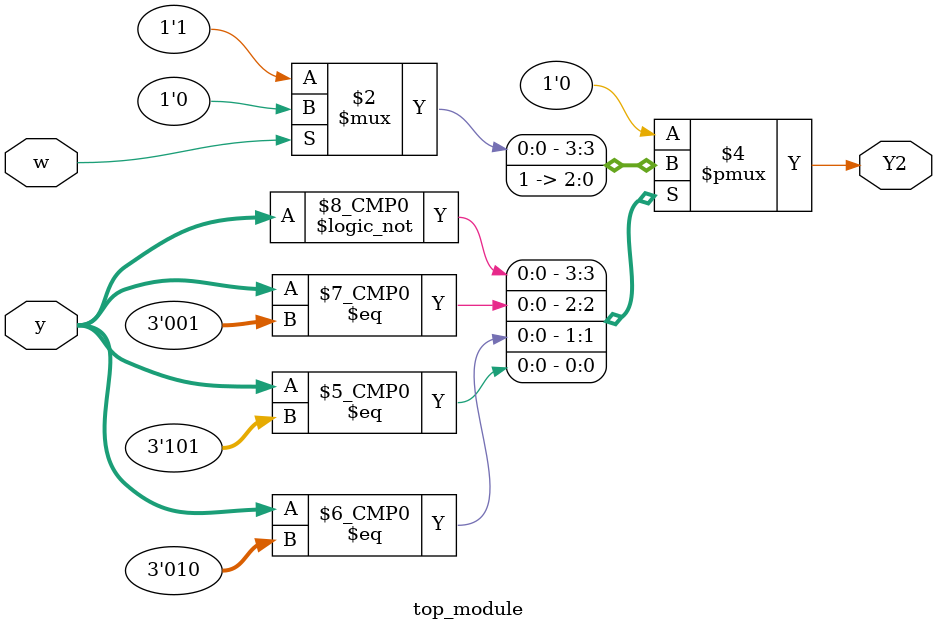
<source format=sv>
module top_module(
    input [3:1] y,
    input w,
    output reg Y2);

    always @(*) begin
        case (y)
            // Next state logic for Y2
            3'b000: Y2 = (w) ? 1'b0 : 1'b1;
            3'b001: Y2 = 1'b1;
            3'b010: Y2 = 1'b1;
            3'b011: Y2 = 1'b0;
            3'b100: Y2 = 1'b0;
            3'b101: Y2 = 1'b1;
            default: Y2 = 1'b0;
        endcase
    end

endmodule

</source>
